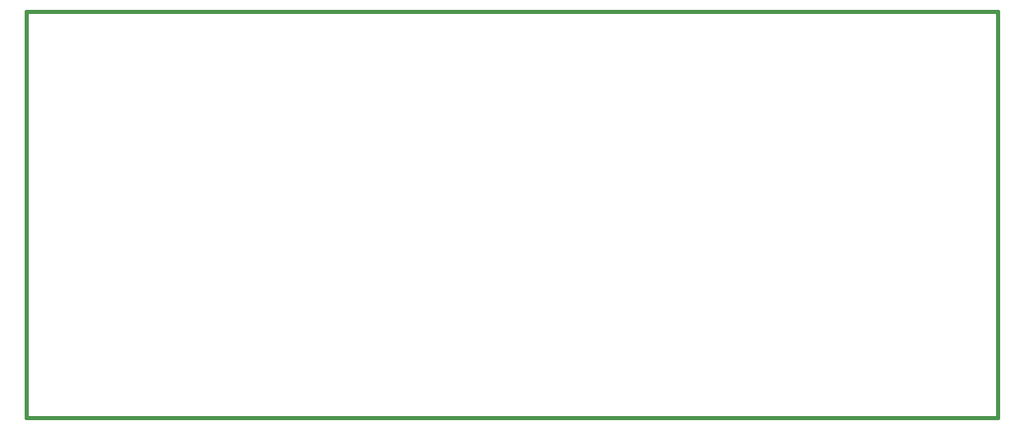
<source format=gbr>
G04 (created by PCBNEW (2013-jul-07)-stable) date mer. 26 nov. 2014 20:09:27 CET*
%MOIN*%
G04 Gerber Fmt 3.4, Leading zero omitted, Abs format*
%FSLAX34Y34*%
G01*
G70*
G90*
G04 APERTURE LIST*
%ADD10C,0.00590551*%
%ADD11C,0.015*%
G04 APERTURE END LIST*
G54D10*
G54D11*
X79700Y-47800D02*
X79700Y-31300D01*
X40300Y-47800D02*
X40300Y-31300D01*
X40300Y-31300D02*
X79700Y-31300D01*
X40300Y-47800D02*
X79700Y-47800D01*
M02*

</source>
